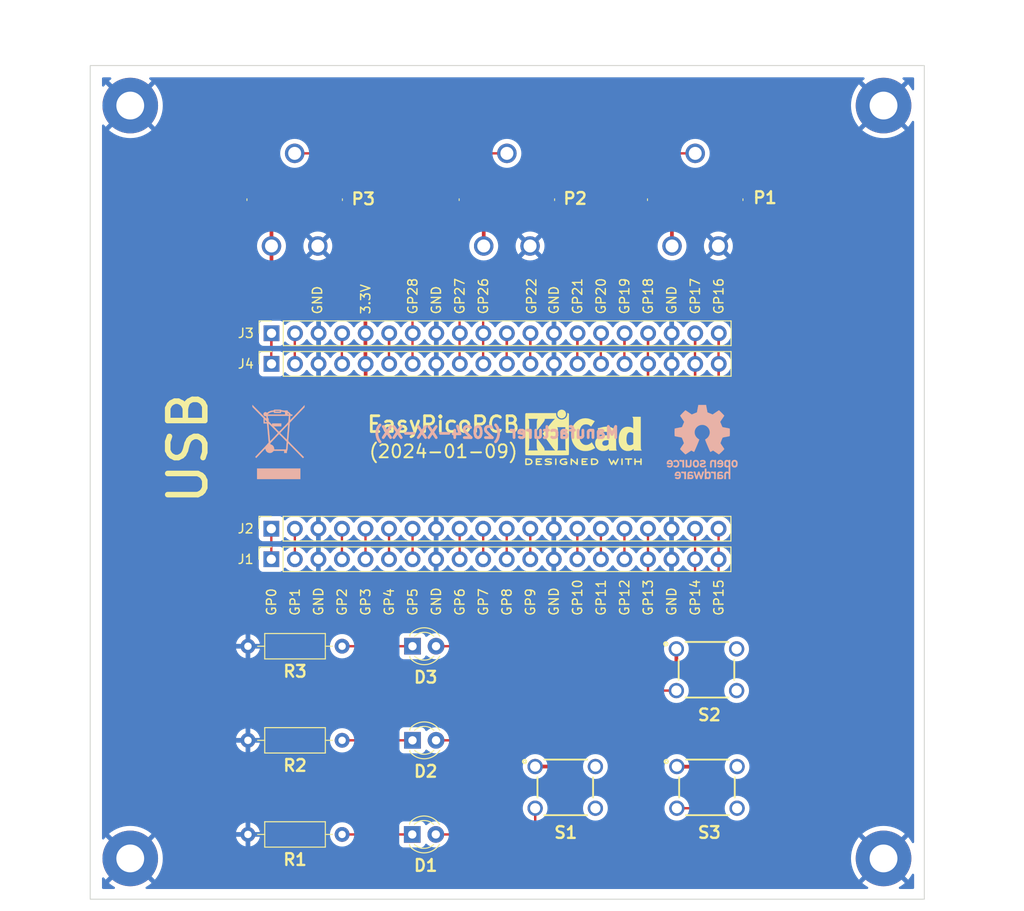
<source format=kicad_pcb>
(kicad_pcb (version 20211014) (generator pcbnew)
  (title_block (title "EasyPicoPCB KiCad version") (date "2024-01-09") (comment 1 "Update from the original project : https://github.com/Mick3DIY/EasyPicoPCB"))
  (layers (0 "F.Cu" signal) (31 "B.Cu" signal) (34 "B.Paste" user) (35 "F.Paste" user) (36 "B.SilkS" user "B.Silkscreen") (37 "F.SilkS" user "F.Silkscreen") (38 "B.Mask" user) (39 "F.Mask" user) (44 "Edge.Cuts" user))
  (net 0 "")
  (net 1 "Net-(D1-Pad1)")
  (net 2 "Net-(D1-Pad2)")
  (net 3 "Net-(D2-Pad1)")
  (net 4 "Net-(D2-Pad2)")
  (net 5 "Net-(D3-Pad1)")
  (net 6 "Net-(D3-Pad2)")
  (net 7 "Net-(J1-Pad1)")
  (net 8 "Net-(J1-Pad2)")
  (net 9 "Net-(J1-Pad4)")
  (net 10 "Net-(J1-Pad5)")
  (net 11 "Net-(J1-Pad6)")
  (net 12 "Net-(J1-Pad7)")
  (net 13 "Net-(J1-Pad9)")
  (net 14 "Net-(J1-Pad10)")
  (net 15 "Net-(J1-Pad11)")
  (net 16 "Net-(J1-Pad12)")
  (net 17 "Net-(J1-Pad14)")
  (net 18 "Net-(J1-Pad15)")
  (net 19 "Net-(J1-Pad16)")
  (net 20 "Net-(J3-Pad1)")
  (net 21 "Net-(J3-Pad2)")
  (net 22 "Net-(J3-Pad4)")
  (net 23 "Net-(J3-Pad6)")
  (net 24 "Net-(J3-Pad7)")
  (net 25 "Net-(J3-Pad9)")
  (net 26 "Net-(J3-Pad10)")
  (net 27 "Net-(J3-Pad11)")
  (net 28 "Net-(J3-Pad12)")
  (net 29 "Net-(J3-Pad14)")
  (net 30 "Net-(J3-Pad15)")
  (net 31 "Net-(J3-Pad16)")
  (net 32 "GND")
  (net 39 "+3V3")
  (net 40 "Net-(J3-Pad17)")
  (net 41 "Net-(J3-Pad19)")
  (net 42 "Net-(J3-Pad20)")
  (footprint "LED_THT:LED_D3.0mm" (layer "F.Cu") (at 136.3472 133.8072)
    (fp_text reference "D1" (at 1.4478 3.3528) (layer "F.SilkS") (effects (font (size 1.27 1.27) (thickness 0.254))))
    (fp_text value "Green LED")
    (pad "1" thru_hole rect locked (at 0 0) (size 1.8 1.8) (drill 0.9) (layers *.Cu *.Mask) (net 1 "Net-(D1-Pad1)"))
    (pad "2" thru_hole circle locked (at 2.54 0) (size 1.8 1.8) (drill 0.9) (layers *.Cu *.Mask) (net 2 "Net-(D1-Pad2)"))
  )
  (footprint "Connector_PinSocket_2.54mm:PinSocket_1x20_P2.54mm_Vertical" (layer "F.Cu") (at 121.16 79.7 90)
    (fp_text reference "J3" (at 0 -2.77 180) (layer "F.SilkS"))
    (fp_text value "Conn_01x20_Female" hide)
    (pad "1" thru_hole rect locked (at 0 0 90) (size 1.7 1.7) (drill 1) (layers *.Cu *.Mask) (net 20 "Net-(J3-Pad1)"))
    (pad "2" thru_hole oval locked (at 0 2.54 90) (size 1.7 1.7) (drill 1) (layers *.Cu *.Mask) (net 21 "Net-(J3-Pad2)"))
    (pad "3" thru_hole oval locked (at 0 5.08 90) (size 1.7 1.7) (drill 1) (layers *.Cu *.Mask) (net 32 "GND"))
    (pad "4" thru_hole oval locked (at 0 7.62 90) (size 1.7 1.7) (drill 1) (layers *.Cu *.Mask) (net 22 "Net-(J3-Pad4)"))
    (pad "5" thru_hole oval locked (at 0 10.16 90) (size 1.7 1.7) (drill 1) (layers *.Cu *.Mask) (net 39 "+3V3"))
    (pad "6" thru_hole oval locked (at 0 12.7 90) (size 1.7 1.7) (drill 1) (layers *.Cu *.Mask) (net 23 "Net-(J3-Pad6)"))
    (pad "7" thru_hole oval locked (at 0 15.24 90) (size 1.7 1.7) (drill 1) (layers *.Cu *.Mask) (net 24 "Net-(J3-Pad7)"))
    (pad "8" thru_hole oval locked (at 0 17.78 90) (size 1.7 1.7) (drill 1) (layers *.Cu *.Mask) (net 32 "GND"))
    (pad "9" thru_hole oval locked (at 0 20.32 90) (size 1.7 1.7) (drill 1) (layers *.Cu *.Mask) (net 25 "Net-(J3-Pad9)"))
    (pad "10" thru_hole oval locked (at 0 22.86 90) (size 1.7 1.7) (drill 1) (layers *.Cu *.Mask) (net 26 "Net-(J3-Pad10)"))
    (pad "11" thru_hole oval locked (at 0 25.4 90) (size 1.7 1.7) (drill 1) (layers *.Cu *.Mask) (net 27 "Net-(J3-Pad11)"))
    (pad "12" thru_hole oval locked (at 0 27.94 90) (size 1.7 1.7) (drill 1) (layers *.Cu *.Mask) (net 28 "Net-(J3-Pad12)"))
    (pad "13" thru_hole oval locked (at 0 30.48 90) (size 1.7 1.7) (drill 1) (layers *.Cu *.Mask) (net 32 "GND"))
    (pad "14" thru_hole oval locked (at 0 33.02 90) (size 1.7 1.7) (drill 1) (layers *.Cu *.Mask) (net 29 "Net-(J3-Pad14)"))
    (pad "15" thru_hole oval locked (at 0 35.56 90) (size 1.7 1.7) (drill 1) (layers *.Cu *.Mask) (net 30 "Net-(J3-Pad15)"))
    (pad "16" thru_hole oval locked (at 0 38.1 90) (size 1.7 1.7) (drill 1) (layers *.Cu *.Mask) (net 31 "Net-(J3-Pad16)"))
    (pad "17" thru_hole oval locked (at 0 40.64 90) (size 1.7 1.7) (drill 1) (layers *.Cu *.Mask) (net 40 "Net-(J3-Pad17)"))
    (pad "18" thru_hole oval locked (at 0 43.18 90) (size 1.7 1.7) (drill 1) (layers *.Cu *.Mask) (net 32 "GND"))
    (pad "19" thru_hole oval locked (at 0 45.72 90) (size 1.7 1.7) (drill 1) (layers *.Cu *.Mask) (net 41 "Net-(J3-Pad19)"))
    (pad "20" thru_hole oval locked (at 0 48.26 90) (size 1.7 1.7) (drill 1) (layers *.Cu *.Mask) (net 42 "Net-(J3-Pad20)"))
  )
  (footprint "Connector_PinSocket_2.54mm:PinSocket_1x20_P2.54mm_Vertical" (layer "F.Cu") (at 121.14 100.8 90)
    (fp_text reference "J2" (at 0 -2.77 180) (layer "F.SilkS"))
    (fp_text value "Conn_01x20_Female" hide)
    (pad "1" thru_hole rect locked (at 0 0 90) (size 1.7 1.7) (drill 1) (layers *.Cu *.Mask) (net 7 "Net-(J1-Pad1)"))
    (pad "2" thru_hole oval locked (at 0 2.54 90) (size 1.7 1.7) (drill 1) (layers *.Cu *.Mask) (net 8 "Net-(J1-Pad2)"))
    (pad "3" thru_hole oval locked (at 0 5.08 90) (size 1.7 1.7) (drill 1) (layers *.Cu *.Mask) (net 32 "GND"))
    (pad "4" thru_hole oval locked (at 0 7.62 90) (size 1.7 1.7) (drill 1) (layers *.Cu *.Mask) (net 9 "Net-(J1-Pad4)"))
    (pad "5" thru_hole oval locked (at 0 10.16 90) (size 1.7 1.7) (drill 1) (layers *.Cu *.Mask) (net 10 "Net-(J1-Pad5)"))
    (pad "6" thru_hole oval locked (at 0 12.7 90) (size 1.7 1.7) (drill 1) (layers *.Cu *.Mask) (net 11 "Net-(J1-Pad6)"))
    (pad "7" thru_hole oval locked (at 0 15.24 90) (size 1.7 1.7) (drill 1) (layers *.Cu *.Mask) (net 12 "Net-(J1-Pad7)"))
    (pad "8" thru_hole oval locked (at 0 17.78 90) (size 1.7 1.7) (drill 1) (layers *.Cu *.Mask) (net 32 "GND"))
    (pad "9" thru_hole oval locked (at 0 20.32 90) (size 1.7 1.7) (drill 1) (layers *.Cu *.Mask) (net 13 "Net-(J1-Pad9)"))
    (pad "10" thru_hole oval locked (at 0 22.86 90) (size 1.7 1.7) (drill 1) (layers *.Cu *.Mask) (net 14 "Net-(J1-Pad10)"))
    (pad "11" thru_hole oval locked (at 0 25.4 90) (size 1.7 1.7) (drill 1) (layers *.Cu *.Mask) (net 15 "Net-(J1-Pad11)"))
    (pad "12" thru_hole oval locked (at 0 27.94 90) (size 1.7 1.7) (drill 1) (layers *.Cu *.Mask) (net 16 "Net-(J1-Pad12)"))
    (pad "13" thru_hole oval locked (at 0 30.48 90) (size 1.7 1.7) (drill 1) (layers *.Cu *.Mask) (net 32 "GND"))
    (pad "14" thru_hole oval locked (at 0 33.02 90) (size 1.7 1.7) (drill 1) (layers *.Cu *.Mask) (net 17 "Net-(J1-Pad14)"))
    (pad "15" thru_hole oval locked (at 0 35.56 90) (size 1.7 1.7) (drill 1) (layers *.Cu *.Mask) (net 18 "Net-(J1-Pad15)"))
    (pad "16" thru_hole oval locked (at 0 38.1 90) (size 1.7 1.7) (drill 1) (layers *.Cu *.Mask) (net 19 "Net-(J1-Pad16)"))
    (pad "17" thru_hole oval locked (at 0 40.64 90) (size 1.7 1.7) (drill 1) (layers *.Cu *.Mask) (net 6 "Net-(D3-Pad2)"))
    (pad "18" thru_hole oval locked (at 0 43.18 90) (size 1.7 1.7) (drill 1) (layers *.Cu *.Mask) (net 32 "GND"))
    (pad "19" thru_hole oval locked (at 0 45.72 90) (size 1.7 1.7) (drill 1) (layers *.Cu *.Mask) (net 4 "Net-(D2-Pad2)"))
    (pad "20" thru_hole oval locked (at 0 48.26 90) (size 1.7 1.7) (drill 1) (layers *.Cu *.Mask) (net 2 "Net-(D1-Pad2)"))
  )
  (footprint "MountingHole:MountingHole_3mm_Pad" (layer "F.Cu") (at 105.918 55.118)
    (fp_text reference "H1" hide)
    (fp_text value "Hole_Pad" hide)
    (pad "1" thru_hole circle locked (at 0 0) (size 6 6) (drill 3) (layers *.Cu *.Mask) (net 32 "GND"))
  )
  (footprint "Samacsys:PT10LV10224A2020PMS" (layer "F.Cu") (at 164.378 70.278)
    (fp_text reference "P1" (at 10.033 -5.207 180) (layer "F.SilkS") (effects (font (size 1.27 1.27) (thickness 0.254))))
    (fp_text value "10K" hide)
    (pad "1" thru_hole circle locked (at 0 0) (size 2.1 2.1) (drill 1.4) (layers *.Cu *.Mask) (net 39 "+3V3"))
    (pad "2" thru_hole circle locked (at 2.5 -10) (size 2.1 2.1) (drill 1.4) (layers *.Cu *.Mask) (net 26 "Net-(J3-Pad10)"))
    (pad "3" thru_hole circle locked (at 5 0) (size 2.1 2.1) (drill 1.4) (layers *.Cu *.Mask) (net 32 "GND"))
  )
  (footprint "Samacsys:PT10LV10224A2020PMS" (layer "F.Cu") (at 121.158 70.278)
    (fp_text reference "P3" (at 9.906 -5.08 180) (layer "F.SilkS") (effects (font (size 1.27 1.27) (thickness 0.254))))
    (fp_text value "10K" hide)
    (pad "1" thru_hole circle locked (at 0 0) (size 2.1 2.1) (drill 1.4) (layers *.Cu *.Mask) (net 39 "+3V3"))
    (pad "2" thru_hole circle locked (at 2.5 -10) (size 2.1 2.1) (drill 1.4) (layers *.Cu *.Mask) (net 24 "Net-(J3-Pad7)"))
    (pad "3" thru_hole circle locked (at 5 0) (size 2.1 2.1) (drill 1.4) (layers *.Cu *.Mask) (net 32 "GND"))
  )
  (footprint "Resistor_THT:R_Axial_DIN0207_L6.3mm_D2.5mm_P10.16mm_Horizontal" (layer "F.Cu") (at 128.778 113.4872 180)
    (fp_text reference "R3" (at 5.08 -2.7178) (layer "F.SilkS") (effects (font (size 1.27 1.27) (thickness 0.254))))
    (fp_text value "100" hide)
    (pad "1" thru_hole circle locked (at 0 0 180) (size 1.6 1.6) (drill 0.8) (layers *.Cu *.Mask) (net 5 "Net-(D3-Pad1)"))
    (pad "2" thru_hole oval locked (at 10.16 0 180) (size 1.6 1.6) (drill 0.8) (layers *.Cu *.Mask) (net 32 "GND"))
  )
  (footprint "Symbol:KiCad-Logo2_5mm_SilkScreen" (layer "F.Cu") (at 154.813 90.932)
    (fp_text reference "REFKICAD" hide)
    (fp_text value "KiCad-Logo2_5mm_SilkScreen" hide)
  )
  (footprint "MountingHole:MountingHole_3mm_Pad" (layer "F.Cu") (at 105.918 136.398)
    (fp_text reference "H2" hide)
    (fp_text value "Hole_Pad" hide)
    (pad "1" thru_hole circle locked (at 0 0) (size 6 6) (drill 3) (layers *.Cu *.Mask) (net 32 "GND"))
  )
  (footprint "Samacsys:PT10LV10224A2020PMS" (layer "F.Cu") (at 144.058 70.278)
    (fp_text reference "P2" (at 9.866 -5.127 180) (layer "F.SilkS") (effects (font (size 1.27 1.27) (thickness 0.254))))
    (fp_text value "10K" hide)
    (pad "1" thru_hole circle locked (at 0 0) (size 2.1 2.1) (drill 1.4) (layers *.Cu *.Mask) (net 39 "+3V3"))
    (pad "2" thru_hole circle locked (at 2.5 -10) (size 2.1 2.1) (drill 1.4) (layers *.Cu *.Mask) (net 25 "Net-(J3-Pad9)"))
    (pad "3" thru_hole circle locked (at 5 0) (size 2.1 2.1) (drill 1.4) (layers *.Cu *.Mask) (net 32 "GND"))
  )
  (footprint "Connector_PinSocket_2.54mm:PinSocket_1x20_P2.54mm_Vertical" (layer "F.Cu") (at 121.14 104.1 90)
    (fp_text reference "J1" (at 0 -2.77 180) (layer "F.SilkS"))
    (fp_text value "Conn_01x20_Female" hide)
    (pad "1" thru_hole rect locked (at 0 0 90) (size 1.7 1.7) (drill 1) (layers *.Cu *.Mask) (net 7 "Net-(J1-Pad1)"))
    (pad "2" thru_hole oval locked (at 0 2.54 90) (size 1.7 1.7) (drill 1) (layers *.Cu *.Mask) (net 8 "Net-(J1-Pad2)"))
    (pad "3" thru_hole oval locked (at 0 5.08 90) (size 1.7 1.7) (drill 1) (layers *.Cu *.Mask) (net 32 "GND"))
    (pad "4" thru_hole oval locked (at 0 7.62 90) (size 1.7 1.7) (drill 1) (layers *.Cu *.Mask) (net 9 "Net-(J1-Pad4)"))
    (pad "5" thru_hole oval locked (at 0 10.16 90) (size 1.7 1.7) (drill 1) (layers *.Cu *.Mask) (net 10 "Net-(J1-Pad5)"))
    (pad "6" thru_hole oval locked (at 0 12.7 90) (size 1.7 1.7) (drill 1) (layers *.Cu *.Mask) (net 11 "Net-(J1-Pad6)"))
    (pad "7" thru_hole oval locked (at 0 15.24 90) (size 1.7 1.7) (drill 1) (layers *.Cu *.Mask) (net 12 "Net-(J1-Pad7)"))
    (pad "8" thru_hole oval locked (at 0 17.78 90) (size 1.7 1.7) (drill 1) (layers *.Cu *.Mask) (net 32 "GND"))
    (pad "9" thru_hole oval locked (at 0 20.32 90) (size 1.7 1.7) (drill 1) (layers *.Cu *.Mask) (net 13 "Net-(J1-Pad9)"))
    (pad "10" thru_hole oval locked (at 0 22.86 90) (size 1.7 1.7) (drill 1) (layers *.Cu *.Mask) (net 14 "Net-(J1-Pad10)"))
    (pad "11" thru_hole oval locked (at 0 25.4 90) (size 1.7 1.7) (drill 1) (layers *.Cu *.Mask) (net 15 "Net-(J1-Pad11)"))
    (pad "12" thru_hole oval locked (at 0 27.94 90) (size 1.7 1.7) (drill 1) (layers *.Cu *.Mask) (net 16 "Net-(J1-Pad12)"))
    (pad "13" thru_hole oval locked (at 0 30.48 90) (size 1.7 1.7) (drill 1) (layers *.Cu *.Mask) (net 32 "GND"))
    (pad "14" thru_hole oval locked (at 0 33.02 90) (size 1.7 1.7) (drill 1) (layers *.Cu *.Mask) (net 17 "Net-(J1-Pad14)"))
    (pad "15" thru_hole oval locked (at 0 35.56 90) (size 1.7 1.7) (drill 1) (layers *.Cu *.Mask) (net 18 "Net-(J1-Pad15)"))
    (pad "16" thru_hole oval locked (at 0 38.1 90) (size 1.7 1.7) (drill 1) (layers *.Cu *.Mask) (net 19 "Net-(J1-Pad16)"))
    (pad "17" thru_hole oval locked (at 0 40.64 90) (size 1.7 1.7) (drill 1) (layers *.Cu *.Mask) (net 6 "Net-(D3-Pad2)"))
    (pad "18" thru_hole oval locked (at 0 43.18 90) (size 1.7 1.7) (drill 1) (layers *.Cu *.Mask) (net 32 "GND"))
    (pad "19" thru_hole oval locked (at 0 45.72 90) (size 1.7 1.7) (drill 1) (layers *.Cu *.Mask) (net 4 "Net-(D2-Pad2)"))
    (pad "20" thru_hole oval locked (at 0 48.26 90) (size 1.7 1.7) (drill 1) (layers *.Cu *.Mask) (net 2 "Net-(D1-Pad2)"))
  )
  (footprint "Samacsys:B3F1002" (layer "F.Cu") (at 152.8572 128.7272 180)
    (fp_text reference "S1" (at -0.0508 -4.8768) (layer "F.SilkS") (effects (font (size 1.27 1.27) (thickness 0.254))))
    (fp_text value "B3F-1000" hide)
    (pad "1" thru_hole circle locked (at 3.25 2.25 180) (size 1.65 1.65) (drill 1.1) (layers *.Cu *.Mask) (net 39 "+3V3"))
    (pad "2" thru_hole circle locked (at -3.25 2.25 180) (size 1.65 1.65) (drill 1.1) (layers *.Cu *.Mask))
    (pad "3" thru_hole circle locked (at 3.25 -2.25 180) (size 1.65 1.65) (drill 1.1) (layers *.Cu *.Mask) (net 42 "Net-(J3-Pad20)"))
    (pad "4" thru_hole circle locked (at -3.25 -2.25 180) (size 1.65 1.65) (drill 1.1) (layers *.Cu *.Mask))
  )
  (footprint "Samacsys:B3F1002" (layer "F.Cu") (at 168.0942 116.0272 180)
    (fp_text reference "S2" (at -0.3078 -4.8768) (layer "F.SilkS") (effects (font (size 1.27 1.27) (thickness 0.254))))
    (fp_text value "B3F-1000" hide)
    (pad "1" thru_hole circle locked (at 3.25 2.25 180) (size 1.65 1.65) (drill 1.1) (layers *.Cu *.Mask) (net 39 "+3V3"))
    (pad "2" thru_hole circle locked (at -3.25 2.25 180) (size 1.65 1.65) (drill 1.1) (layers *.Cu *.Mask))
    (pad "3" thru_hole circle locked (at 3.25 -2.25 180) (size 1.65 1.65) (drill 1.1) (layers *.Cu *.Mask) (net 41 "Net-(J3-Pad19)"))
    (pad "4" thru_hole circle locked (at -3.25 -2.25 180) (size 1.65 1.65) (drill 1.1) (layers *.Cu *.Mask))
  )
  (footprint "Resistor_THT:R_Axial_DIN0207_L6.3mm_D2.5mm_P10.16mm_Horizontal" (layer "F.Cu") (at 128.778 133.8072 180)
    (fp_text reference "R1" (at 5.08 -2.7178) (layer "F.SilkS") (effects (font (size 1.27 1.27) (thickness 0.254))))
    (fp_text value "47" hide)
    (pad "1" thru_hole circle locked (at 0 0 180) (size 1.6 1.6) (drill 0.8) (layers *.Cu *.Mask) (net 1 "Net-(D1-Pad1)"))
    (pad "2" thru_hole oval locked (at 10.16 0 180) (size 1.6 1.6) (drill 0.8) (layers *.Cu *.Mask) (net 32 "GND"))
  )
  (footprint "Resistor_THT:R_Axial_DIN0207_L6.3mm_D2.5mm_P10.16mm_Horizontal" (layer "F.Cu") (at 128.778 123.6472 180)
    (fp_text reference "R2" (at 5.08 -2.7178) (layer "F.SilkS") (effects (font (size 1.27 1.27) (thickness 0.254))))
    (fp_text value "68" hide)
    (pad "1" thru_hole circle locked (at 0 0 180) (size 1.6 1.6) (drill 0.8) (layers *.Cu *.Mask) (net 3 "Net-(D2-Pad1)"))
    (pad "2" thru_hole oval locked (at 10.16 0 180) (size 1.6 1.6) (drill 0.8) (layers *.Cu *.Mask) (net 32 "GND"))
  )
  (footprint "MountingHole:MountingHole_3mm_Pad" (layer "F.Cu") (at 187.198 136.398)
    (fp_text reference "H4" hide)
    (fp_text value "Hole_Pad" hide)
    (pad "1" thru_hole circle locked (at 0 0) (size 6 6) (drill 3) (layers *.Cu *.Mask) (net 32 "GND"))
  )
  (footprint "MountingHole:MountingHole_3mm_Pad" (layer "F.Cu") (at 187.198 55.118)
    (fp_text reference "H3" hide)
    (fp_text value "Hole_Pad" hide)
    (pad "1" thru_hole circle locked (at 0 0) (size 6 6) (drill 3) (layers *.Cu *.Mask) (net 32 "GND"))
  )
  (footprint "Connector_PinSocket_2.54mm:PinSocket_1x20_P2.54mm_Vertical" (layer "F.Cu") (at 121.158 83.0072 90)
    (fp_text reference "J4" (at 0 -2.77 180) (layer "F.SilkS"))
    (fp_text value "Conn_01x20_Female" hide)
    (pad "1" thru_hole rect locked (at 0 0 90) (size 1.7 1.7) (drill 1) (layers *.Cu *.Mask) (net 20 "Net-(J3-Pad1)"))
    (pad "2" thru_hole oval locked (at 0 2.54 90) (size 1.7 1.7) (drill 1) (layers *.Cu *.Mask) (net 21 "Net-(J3-Pad2)"))
    (pad "3" thru_hole oval locked (at 0 5.08 90) (size 1.7 1.7) (drill 1) (layers *.Cu *.Mask) (net 32 "GND"))
    (pad "4" thru_hole oval locked (at 0 7.62 90) (size 1.7 1.7) (drill 1) (layers *.Cu *.Mask) (net 22 "Net-(J3-Pad4)"))
    (pad "5" thru_hole oval locked (at 0 10.16 90) (size 1.7 1.7) (drill 1) (layers *.Cu *.Mask) (net 39 "+3V3"))
    (pad "6" thru_hole oval locked (at 0 12.7 90) (size 1.7 1.7) (drill 1) (layers *.Cu *.Mask) (net 23 "Net-(J3-Pad6)"))
    (pad "7" thru_hole oval locked (at 0 15.24 90) (size 1.7 1.7) (drill 1) (layers *.Cu *.Mask) (net 24 "Net-(J3-Pad7)"))
    (pad "8" thru_hole oval locked (at 0 17.78 90) (size 1.7 1.7) (drill 1) (layers *.Cu *.Mask) (net 32 "GND"))
    (pad "9" thru_hole oval locked (at 0 20.32 90) (size 1.7 1.7) (drill 1) (layers *.Cu *.Mask) (net 25 "Net-(J3-Pad9)"))
    (pad "10" thru_hole oval locked (at 0 22.86 90) (size 1.7 1.7) (drill 1) (layers *.Cu *.Mask) (net 26 "Net-(J3-Pad10)"))
    (pad "11" thru_hole oval locked (at 0 25.4 90) (size 1.7 1.7) (drill 1) (layers *.Cu *.Mask) (net 27 "Net-(J3-Pad11)"))
    (pad "12" thru_hole oval locked (at 0 27.94 90) (size 1.7 1.7) (drill 1) (layers *.Cu *.Mask) (net 28 "Net-(J3-Pad12)"))
    (pad "13" thru_hole oval locked (at 0 30.48 90) (size 1.7 1.7) (drill 1) (layers *.Cu *.Mask) (net 32 "GND"))
    (pad "14" thru_hole oval locked (at 0 33.02 90) (size 1.7 1.7) (drill 1) (layers *.Cu *.Mask) (net 29 "Net-(J3-Pad14)"))
    (pad "15" thru_hole oval locked (at 0 35.56 90) (size 1.7 1.7) (drill 1) (layers *.Cu *.Mask) (net 30 "Net-(J3-Pad15)"))
    (pad "16" thru_hole oval locked (at 0 38.1 90) (size 1.7 1.7) (drill 1) (layers *.Cu *.Mask) (net 31 "Net-(J3-Pad16)"))
    (pad "17" thru_hole oval locked (at 0 40.64 90) (size 1.7 1.7) (drill 1) (layers *.Cu *.Mask) (net 40 "Net-(J3-Pad17)"))
    (pad "18" thru_hole oval locked (at 0 43.18 90) (size 1.7 1.7) (drill 1) (layers *.Cu *.Mask) (net 32 "GND"))
    (pad "19" thru_hole oval locked (at 0 45.72 90) (size 1.7 1.7) (drill 1) (layers *.Cu *.Mask) (net 41 "Net-(J3-Pad19)"))
    (pad "20" thru_hole oval locked (at 0 48.26 90) (size 1.7 1.7) (drill 1) (layers *.Cu *.Mask) (net 42 "Net-(J3-Pad20)"))
  )
  (footprint "LED_THT:LED_D3.0mm" (layer "F.Cu") (at 136.3726 123.6472)
    (fp_text reference "D2" (at 1.4224 3.3528) (layer "F.SilkS") (effects (font (size 1.27 1.27) (thickness 0.254))))
    (fp_text value "Orange LED")
    (pad "1" thru_hole rect locked (at 0 0) (size 1.8 1.8) (drill 0.9) (layers *.Cu *.Mask) (net 3 "Net-(D2-Pad1)"))
    (pad "2" thru_hole circle locked (at 2.54 0) (size 1.8 1.8) (drill 0.9) (layers *.Cu *.Mask) (net 4 "Net-(D2-Pad2)"))
  )
  (footprint "Samacsys:B3F1002" (layer "F.Cu") (at 168.145 128.7272 180)
    (fp_text reference "S3" (at -0.257 -4.8768) (layer "F.SilkS") (effects (font (size 1.27 1.27) (thickness 0.254))))
    (fp_text value "B3F-1000" hide)
    (pad "1" thru_hole circle locked (at 3.25 2.25 180) (size 1.65 1.65) (drill 1.1) (layers *.Cu *.Mask) (net 39 "+3V3"))
    (pad "2" thru_hole circle locked (at -3.25 2.25 180) (size 1.65 1.65) (drill 1.1) (layers *.Cu *.Mask))
    (pad "3" thru_hole circle locked (at 3.25 -2.25 180) (size 1.65 1.65) (drill 1.1) (layers *.Cu *.Mask) (net 40 "Net-(J3-Pad17)"))
    (pad "4" thru_hole circle locked (at -3.25 -2.25 180) (size 1.65 1.65) (drill 1.1) (layers *.Cu *.Mask))
  )
  (footprint "LED_THT:LED_D3.0mm" (layer "F.Cu") (at 136.3726 113.4872)
    (fp_text reference "D3" (at 1.4224 3.3528) (layer "F.SilkS") (effects (font (size 1.27 1.27) (thickness 0.254))))
    (fp_text value "Red LED")
    (pad "1" thru_hole rect locked (at 0 0) (size 1.8 1.8) (drill 0.9) (layers *.Cu *.Mask) (net 5 "Net-(D3-Pad1)"))
    (pad "2" thru_hole circle locked (at 2.54 0) (size 1.8 1.8) (drill 0.9) (layers *.Cu *.Mask) (net 6 "Net-(D3-Pad2)"))
  )
  (footprint "Symbol:OSHW-Logo_7.5x8mm_SilkScreen" (layer "B.Cu") (at 167.64 91.44 180)
    (fp_text reference "REFOSW" hide)
    (fp_text value "OSHW-Logo_7.5x8mm_SilkScreen" hide)
  )
  (footprint "Symbol:WEEE-Logo_5.6x8mm_SilkScreen" (layer "B.Cu") (at 121.92 91.44 180)
    (fp_text reference "REFTRASH" hide)
    (fp_text value "WEEE-Logo_5.6x8mm_SilkScreen" hide)
  )
  (gr_rect locked (start 101.6 50.8) (end 191.6 140.8) (layer "Edge.Cuts") (width 0.1) (fill none))
  (gr_text "Manufacturer (2024-XX-XX)" (at 145.415 90.424) (layer "B.SilkS") (effects (font (size 1.2 1.2) (thickness 0.3)) (justify mirror)))
  (gr_text "GP7" (at 144.018 108.712 90) (layer "F.SilkS") (effects (font (size 1 1))))
  (gr_text "GP16" (at 169.418 75.692 90) (layer "F.SilkS") (effects (font (size 1 1))))
  (gr_text "GP19" (at 159.258 75.692 90) (layer "F.SilkS") (effects (font (size 1 1))))
  (gr_text "GP12" (at 159.258 108.235809 90) (layer "F.SilkS") (effects (font (size 1 1))))
  (gr_text "GP14" (at 166.878 108.235809 90) (layer "F.SilkS") (effects (font (size 1 1))))
  (gr_text "GP0" (at 121.158 108.712 90) (layer "F.SilkS") (effects (font (size 1 1))))
  (gr_text "GP28" (at 136.398 75.692 90) (layer "F.SilkS") (effects (font (size 1 1))))
  (gr_text "GP10" (at 154.178 108.235809 90) (layer "F.SilkS") (effects (font (size 1 1))))
  (gr_text "GP1" (at 123.698 108.712 90) (layer "F.SilkS") (effects (font (size 1 1))))
  (gr_text "GP3" (at 131.318 108.712 90) (layer "F.SilkS") (effects (font (size 1 1))))
  (gr_text "GND" (at 138.938 108.664381 90) (layer "F.SilkS") (effects (font (size 1 1))))
  (gr_text "GP11" (at 156.718 108.235809 90) (layer "F.SilkS") (effects (font (size 1 1))))
  (gr_text "USB" (at 112.141 92.075 90) (layer "F.SilkS") (effects (font (size 4 4) (thickness 0.6))))
  (gr_text "GP8" (at 146.558 108.712 90) (layer "F.SilkS") (effects (font (size 1 1))))
  (gr_text "GP9" (at 149.098 108.712 90) (layer "F.SilkS") (effects (font (size 1 1))))
  (gr_text "3.3V" (at 131.318 76.025334 90) (layer "F.SilkS") (effects (font (size 1 1))))
  (gr_text "GP17" (at 166.878 75.692 90) (layer "F.SilkS") (effects (font (size 1 1))))
  (gr_text "GP18" (at 161.798 75.692 90) (layer "F.SilkS") (effects (font (size 1 1))))
  (gr_text "GP26" (at 144.018 75.692 90) (layer "F.SilkS") (effects (font (size 1 1))))
  (gr_text "GP21" (at 154.178 75.692 90) (layer "F.SilkS") (effects (font (size 1 1))))
  (gr_text "GND" (at 126.111 76.120572 90) (layer "F.SilkS") (effects (font (size 1 1))))
  (gr_text "GP27" (at 141.478 75.692 90) (layer "F.SilkS") (effects (font (size 1 1))))
  (gr_text "(2024-01-09)" (at 139.7 92.456) (layer "F.SilkS") (effects (font (size 1.4 1.4) (thickness 0.2))))
  (gr_text "GP6" (at 141.478 108.712 90) (layer "F.SilkS") (effects (font (size 1 1))))
  (gr_text "GP15" (at 169.418 108.235809 90) (layer "F.SilkS") (effects (font (size 1 1))))
  (gr_text "GP5" (at 136.398 108.712 90) (layer "F.SilkS") (effects (font (size 1 1))))
  (gr_text "GND" (at 126.238 108.664381 90) (layer "F.SilkS") (effects (font (size 1 1))))
  (gr_text "GP4" (at 133.858 108.712 90) (layer "F.SilkS") (effects (font (size 1 1))))
  (gr_text "GND" (at 151.638 108.664381 90) (layer "F.SilkS") (effects (font (size 1 1))))
  (gr_text "GND" (at 164.338 108.664381 90) (layer "F.SilkS") (effects (font (size 1 1))))
  (gr_text "GP20" (at 156.718 75.692 90) (layer "F.SilkS") (effects (font (size 1 1))))
  (gr_text "GND" (at 138.938 76.120572 90) (layer "F.SilkS") (effects (font (size 1 1))))
  (gr_text "GND" (at 164.338 76.120572 90) (layer "F.SilkS") (effects (font (size 1 1))))
  (gr_text "GP13" (at 161.798 108.235809 90) (layer "F.SilkS") (effects (font (size 1 1))))
  (gr_text "GP22" (at 149.225 75.692 90) (layer "F.SilkS") (effects (font (size 1 1))))
  (gr_text "GP2" (at 128.778 108.712 90) (layer "F.SilkS") (effects (font (size 1 1))))
  (gr_text "GND" (at 151.638 76.120572 90) (layer "F.SilkS") (effects (font (size 1 1))))
  (gr_text "EasyPicoPCB" (at 139.7 89.535) (layer "F.SilkS") (effects (font (size 1.7 1.7) (thickness 0.3))))
  (segment (start 128.7782 133.807) (end 136.347 133.807) (width 0.25) (layer "F.Cu") (net 1))
  (segment (start 128.778 133.807) (end 128.7782 133.807) (width 0.25) (layer "F.Cu") (net 1))
  (segment (start 128.7782 133.807) (end 128.778 133.8072) (width 0.25) (layer "F.Cu") (net 1))
  (segment (start 136.347 133.807) (end 136.3472 133.8072) (width 0.25) (layer "F.Cu") (net 1))
  (segment (start 147.32 133.35) (end 146.863 133.807) (width 0.25) (layer "F.Cu") (net 2))
  (segment (start 148.59 110.49) (end 147.32 111.76) (width 0.25) (layer "F.Cu") (net 2))
  (segment (start 147.32 111.76) (end 147.32 133.35) (width 0.25) (layer "F.Cu") (net 2))
  (segment (start 138.8874 133.807) (end 138.887 133.807) (width 0.25) (layer "F.Cu") (net 2))
  (segment (start 138.8874 133.807) (end 138.8872 133.8072) (width 0.25) (layer "F.Cu") (net 2))
  (segment (start 169.4 110) (end 168.91 110.49) (width 0.25) (layer "F.Cu") (net 2))
  (segment (start 146.863 133.807) (end 138.8874 133.807) (width 0.25) (layer "F.Cu") (net 2))
  (segment (start 169.4 100.8) (end 169.4 104.1) (width 0.25) (layer "F.Cu") (net 2))
  (segment (start 169.4 104.1) (end 169.4 110) (width 0.25) (layer "F.Cu") (net 2))
  (segment (start 168.91 110.49) (end 148.59 110.49) (width 0.25) (layer "F.Cu") (net 2))
  (segment (start 128.778 123.647) (end 128.7782 123.647) (width 0.25) (layer "F.Cu") (net 3))
  (segment (start 128.7782 123.647) (end 136.3724 123.647) (width 0.25) (layer "F.Cu") (net 3))
  (segment (start 128.7782 123.647) (end 128.778 123.6472) (width 0.25) (layer "F.Cu") (net 3))
  (segment (start 146.05 123.19) (end 145.593 123.647) (width 0.25) (layer "F.Cu") (net 4))
  (segment (start 166.86 108.73) (end 166.37 109.22) (width 0.25) (layer "F.Cu") (net 4))
  (segment (start 145.593 123.647) (end 138.913 123.647) (width 0.25) (layer "F.Cu") (net 4))
  (segment (start 166.37 109.22) (end 147.32 109.22) (width 0.25) (layer "F.Cu") (net 4))
  (segment (start 147.32 109.22) (end 146.05 110.49) (width 0.25) (layer "F.Cu") (net 4))
  (segment (start 138.913 123.647) (end 138.9128 123.647) (width 0.25) (layer "F.Cu") (net 4))
  (segment (start 146.05 110.49) (end 146.05 123.19) (width 0.25) (layer "F.Cu") (net 4))
  (segment (start 166.86 104.1) (end 166.86 108.73) (width 0.25) (layer "F.Cu") (net 4))
  (segment (start 138.9128 123.647) (end 138.9126 123.6472) (width 0.25) (layer "F.Cu") (net 4))
  (segment (start 166.86 100.8) (end 166.86 104.1) (width 0.25) (layer "F.Cu") (net 4))
  (segment (start 128.7782 113.487) (end 128.778 113.4872) (width 0.25) (layer "F.Cu") (net 5))
  (segment (start 128.7782 113.487) (end 136.3724 113.487) (width 0.25) (layer "F.Cu") (net 5))
  (segment (start 128.778 113.487) (end 128.7782 113.487) (width 0.25) (layer "F.Cu") (net 5))
  (segment (start 144.78 113.03) (end 144.323 113.487) (width 0.25) (layer "F.Cu") (net 6))
  (segment (start 144.323 113.487) (end 138.913 113.487) (width 0.25) (layer "F.Cu") (net 6))
  (segment (start 144.78 109.22) (end 144.78 113.03) (width 0.25) (layer "F.Cu") (net 6))
  (segment (start 146.05 107.95) (end 144.78 109.22) (width 0.25) (layer "F.Cu") (net 6))
  (segment (start 161.78 100.8) (end 161.78 104.1) (width 0.25) (layer "F.Cu") (net 6))
  (segment (start 161.78 104.1) (end 161.78 107.46) (width 0.25) (layer "F.Cu") (net 6))
  (segment (start 161.29 107.95) (end 146.05 107.95) (width 0.25) (layer "F.Cu") (net 6))
  (segment (start 161.78 107.46) (end 161.29 107.95) (width 0.25) (layer "F.Cu") (net 6))
  (segment (start 121.14 100.8) (end 121.14 104.1) (width 0.25) (layer "F.Cu") (net 7))
  (segment (start 123.68 100.8) (end 123.68 104.1) (width 0.25) (layer "F.Cu") (net 8))
  (segment (start 128.76 100.8) (end 128.76 104.1) (width 0.25) (layer "F.Cu") (net 9))
  (segment (start 131.3 100.8) (end 131.3 104.1) (width 0.25) (layer "F.Cu") (net 10))
  (segment (start 133.84 104.1) (end 133.84 100.8) (width 0.25) (layer "F.Cu") (net 11))
  (segment (start 136.38 100.8) (end 136.38 104.1) (width 0.25) (layer "F.Cu") (net 12))
  (segment (start 141.46 100.8) (end 141.46 104.1) (width 0.25) (layer "F.Cu") (net 13))
  (segment (start 144 100.8) (end 144 104.1) (width 0.25) (layer "F.Cu") (net 14))
  (segment (start 146.54 100.8) (end 146.54 104.1) (width 0.25) (layer "F.Cu") (net 15))
  (segment (start 149.08 100.8) (end 149.08 104.1) (width 0.25) (layer "F.Cu") (net 16))
  (segment (start 154.16 100.8) (end 154.16 104.1) (width 0.25) (layer "F.Cu") (net 17))
  (segment (start 156.7 100.8) (end 156.7 104.1) (width 0.25) (layer "F.Cu") (net 18))
  (segment (start 159.24 100.8) (end 159.24 104.1) (width 0.25) (layer "F.Cu") (net 19))
  (segment (start 121.16 81.2889) (end 121.16 79.7) (width 0.25) (layer "F.Cu") (net 20))
  (segment (start 121.133 79.65) (end 121.133 81.3159) (width 0.25) (layer "F.Cu") (net 20))
  (segment (start 121.133 81.3159) (end 121.133 82.9818) (width 0.25) (layer "F.Cu") (net 20))
  (segment (start 121.133 81.3159) (end 121.16 81.2889) (width 0.25) (layer "F.Cu") (net 20))
  (segment (start 123.673 80.15) (end 123.673 82.9818) (width 0.25) (layer "F.Cu") (net 21))
  (segment (start 128.753 81.3159) (end 128.753 82.9818) (width 0.25) (layer "F.Cu") (net 22))
  (segment (start 128.78 81.2889) (end 128.78 79.7) (width 0.25) (layer "F.Cu") (net 22))
  (segment (start 128.753 79.65) (end 128.753 81.3159) (width 0.25) (layer "F.Cu") (net 22))
  (segment (start 128.753 81.3159) (end 128.78 81.2889) (width 0.25) (layer "F.Cu") (net 22))
  (segment (start 133.833 81.3159) (end 133.86 81.2889) (width 0.25) (layer "F.Cu") (net 23))
  (segment (start 133.833 79.65) (end 133.833 81.3159) (width 0.25) (layer "F.Cu") (net 23))
  (segment (start 133.86 81.2889) (end 133.86 79.7) (width 0.25) (layer "F.Cu") (net 23))
  (segment (start 133.833 81.3159) (end 133.833 82.9818) (width 0.25) (layer "F.Cu") (net 23))
  (segment (start 134.62 60.96) (end 133.938 60.278) (width 0.25) (layer "F.Cu") (net 24))
  (segment (start 133.938 60.278) (end 123.658 60.278) (width 0.25) (layer "F.Cu") (net 24))
  (segment (start 134.62 74.93) (end 134.62 60.96) (width 0.25) (layer "F.Cu") (net 24))
  (segment (start 136.373 76.6826) (end 134.62 74.93) (width 0.25) (layer "F.Cu") (net 24))
  (segment (start 136.373 79.8322) (end 136.373 76.6826) (width 0.25) (layer "F.Cu") (net 24))
  (segment (start 136.373 82.9818) (end 136.373 79.8322) (width 0.25) (layer "F.Cu") (net 24))
  (segment (start 141.453 79.8322) (end 141.453 82.9818) (width 0.25) (layer "F.Cu") (net 25))
  (segment (start 141.453 76.6826) (end 141.453 79.8322) (width 0.25) (layer "F.Cu") (net 25))
  (segment (start 139.7 60.96) (end 139.7 74.93) (width 0.25) (layer "F.Cu") (net 25))
  (segment (start 139.7 74.93) (end 141.453 76.6826) (width 0.25) (layer "F.Cu") (net 25))
  (segment (start 146.558 60.278) (end 140.382 60.278) (width 0.25) (layer "F.Cu") (net 25))
  (segment (start 140.382 60.278) (end 139.7 60.96) (width 0.25) (layer "F.Cu") (net 25))
  (segment (start 144.78 74.93) (end 143.993 75.7174) (width 0.25) (layer "F.Cu") (net 26))
  (segment (start 166.863 60.278) (end 160.702 60.278) (width 0.25) (layer "F.Cu") (net 26))
  (segment (start 160.02 60.96) (end 160.02 74.93) (width 0.25) (layer "F.Cu") (net 26))
  (segment (start 160.702 60.278) (end 160.02 60.96) (width 0.25) (layer "F.Cu") (net 26))
  (segment (start 166.863 60.278) (end 166.8634 60.278) (width 0.25) (layer "F.Cu") (net 26))
  (segment (start 143.993 75.7174) (end 143.993 79.3496) (width 0.25) (layer "F.Cu") (net 26))
  (segment (start 160.02 74.93) (end 144.78 74.93) (width 0.25) (layer "F.Cu") (net 26))
  (segment (start 143.993 79.3496) (end 143.993 82.9818) (width 0.25) (layer "F.Cu") (net 26))
  (segment (start 146.533 79.65) (end 146.533 81.3159) (width 0.25) (layer "F.Cu") (net 27))
  (segment (start 146.533 81.3159) (end 146.56 81.2889) (width 0.25) (layer "F.Cu") (net 27))
  (segment (start 146.533 81.3159) (end 146.533 82.9818) (width 0.25) (layer "F.Cu") (net 27))
  (segment (start 146.56 81.2889) (end 146.56 79.7) (width 0.25) (layer "F.Cu") (net 27))
  (segment (start 149.073 81.3159) (end 149.073 82.9818) (width 0.25) (layer "F.Cu") (net 28))
  (segment (start 149.073 81.3159) (end 149.1 81.2889) (width 0.25) (layer "F.Cu") (net 28))
  (segment (start 149.1 81.2889) (end 149.1 79.7) (width 0.25) (layer "F.Cu") (net 28))
  (segment (start 149.073 79.65) (end 149.073 81.3159) (width 0.25) (layer "F.Cu") (net 28))
  (segment (start 154.153 79.65) (end 154.153 81.3159) (width 0.25) (layer "F.Cu") (net 29))
  (segment (start 154.153 81.3159) (end 154.18 81.2889) (width 0.25) (layer "F.Cu") (net 29))
  (segment (start 154.18 81.2889) (end 154.18 79.7) (width 0.25) (layer "F.Cu") (net 29))
  (segment (start 154.153 81.3159) (end 154.153 82.9818) (width 0.25) (layer "F.Cu") (net 29))
  (segment (start 156.693 81.3159) (end 156.693 82.9818) (width 0.25) (layer "F.Cu") (net 30))
  (segment (start 156.72 81.2889) (end 156.72 79.7) (width 0.25) (layer "F.Cu") (net 30))
  (segment (start 156.693 81.3159) (end 156.72 81.2889) (width 0.25) (layer "F.Cu") (net 30))
  (segment (start 156.693 79.65) (end 156.693 81.3159) (width 0.25) (layer "F.Cu") (net 30))
  (segment (start 159.26 81.2889) (end 159.26 79.7) (width 0.25) (layer "F.Cu") (net 31))
  (segment (start 159.233 81.3159) (end 159.26 81.2889) (width 0.25) (layer "F.Cu") (net 31))
  (segment (start 159.233 79.65) (end 159.233 81.3159) (width 0.25) (layer "F.Cu") (net 31))
  (segment (start 159.233 81.3159) (end 159.233 82.9818) (width 0.25) (layer "F.Cu") (net 31))
  (segment (start 126.213 81.8623) (end 126.238 81.8873) (width 0.25) (layer "B.Cu") (net 32))
  (segment (start 126.238 81.8873) (end 126.238 83.0072) (width 0.25) (layer "B.Cu") (net 32))
  (segment (start 126.213 81.8623) (end 126.213 82.9818) (width 0.25) (layer "B.Cu") (net 32))
  (segment (start 126.213 79.65) (end 126.213 80.7429) (width 0.25) (layer "B.Cu") (net 32))
  (segment (start 126.213 80.7429) (end 126.24 80.7159) (width 0.25) (layer "B.Cu") (net 32))
  (segment (start 126.24 80.7159) (end 126.24 79.7) (width 0.25) (layer "B.Cu") (net 32))
  (segment (start 164.3634 66.7766) (end 164.3634 70.278) (width 0.4) (layer "F.Cu") (net 39))
  (segment (start 144.058 66.762) (end 144.058 70.278) (width 0.4) (layer "F.Cu") (net 39))
  (segment (start 168.275 116.078) (end 168.275 126.492) (width 0.4) (layer "F.Cu") (net 39))
  (segment (start 121.158 70.278) (end 121.158 56.642) (width 0.4) (layer "F.Cu") (net 39))
  (segment (start 159.766 116.078) (end 159.766 128.778) (width 0.4) (layer "F.Cu") (net 39))
  (segment (start 171.45 94.615) (end 173.99 97.155) (width 0.4) (layer "F.Cu") (net 39))
  (segment (start 121.92 55.88) (end 151.13 55.88) (width 0.4) (layer "F.Cu") (net 39))
  (segment (start 131.318 83.0072) (end 131.318 94.615) (width 0.4) (layer "F.Cu") (net 39))
  (segment (start 121.158 56.642) (end 121.92 55.88) (width 0.4) (layer "F.Cu") (net 39))
  (segment (start 159.766 128.778) (end 153.67 128.778) (width 0.4) (layer "F.Cu") (net 39))
  (segment (start 151.13 55.88) (end 151.13 63.5) (width 0.4) (layer "F.Cu") (net 39))
  (segment (start 130.81 74.93) (end 121.92 74.93) (width 0.4) (layer "F.Cu") (net 39))
  (segment (start 164.844 116.078) (end 159.766 116.078) (width 0.4) (layer "F.Cu") (net 39))
  (segment (start 151.369 126.477) (end 149.6074 126.477) (width 0.4) (layer "F.Cu") (net 39))
  (segment (start 131.445 94.615) (end 131.318 94.615) (width 0.25) (layer "F.Cu") (net 39))
  (segment (start 164.844 116.076) (end 164.844 114.9265) (width 0.4) (layer "F.Cu") (net 39))
  (segment (start 167.64 63.5) (end 164.3634 66.7766) (width 0.4) (layer "F.Cu") (net 39))
  (segment (start 164.844 114.9265) (end 164.844 113.777) (width 0.4) (layer "F.Cu") (net 39))
  (segment (start 131.293 75.4126) (end 130.81 74.93) (width 0.4) (layer "F.Cu") (net 39))
  (segment (start 171.45 63.5) (end 167.64 63.5) (width 0.4) (layer "F.Cu") (net 39))
  (segment (start 151.13 63.5) (end 147.32 63.5) (width 0.4) (layer "F.Cu") (net 39))
  (segment (start 147.32 63.5) (end 144.058 66.762) (width 0.4) (layer "F.Cu") (net 39))
  (segment (start 168.275 116.078) (end 164.844 116.078) (width 0.4) (layer "F.Cu") (net 39))
  (segment (start 121.92 74.93) (end 121.158 74.168) (width 0.4) (layer "F.Cu") (net 39))
  (segment (start 121.158 74.168) (end 121.158 70.278) (width 0.4) (layer "F.Cu") (net 39))
  (segment (start 153.67 128.778) (end 151.369 126.477) (width 0.4) (layer "F.Cu") (net 39))
  (segment (start 149.6074 126.477) (end 149.607 126.477) (width 0.4) (layer "F.Cu") (net 39))
  (segment (start 131.293 82.9818) (end 131.293 79.1972) (width 0.4) (layer "F.Cu") (net 39))
  (segment (start 151.13 55.88) (end 170.8785 55.88) (width 0.4) (layer "F.Cu") (net 39))
  (segment (start 168.275 126.492) (end 165.608 126.492) (width 0.4) (layer "F.Cu") (net 39))
  (segment (start 131.445 94.615) (end 171.45 94.615) (width 0.4) (layer "F.Cu") (net 39))
  (segment (start 164.844 114.9265) (end 164.8442 114.9263) (width 0.25) (layer "F.Cu") (net 39))
  (segment (start 170.8785 55.88) (end 171.45 56.4515) (width 0.4) (layer "F.Cu") (net 39))
  (segment (start 173.99 97.155) (end 173.99 116.078) (width 0.4) (layer "F.Cu") (net 39))
  (segment (start 173.99 116.078) (end 168.275 116.078) (width 0.4) (layer "F.Cu") (net 39))
  (segment (start 131.293 79.1972) (end 131.293 75.4126) (width 0.4) (layer "F.Cu") (net 39))
  (segment (start 171.45 56.4515) (end 171.45 63.5) (width 0.4) (layer "F.Cu") (net 39))
  (segment (start 164.844 116.076) (end 164.844 116.078) (width 0.25) (layer "F.Cu") (net 39))
  (segment (start 164.8442 114.9263) (end 164.8442 113.7772) (width 0.25) (layer "F.Cu") (net 39))
  (segment (start 149.6074 126.477) (end 149.6072 126.4772) (width 0.25) (layer "F.Cu") (net 39))
  (segment (start 161.773 81.3159) (end 161.773 82.9818) (width 0.25) (layer "F.Cu") (net 40))
  (segment (start 161.798 86.8426) (end 161.798 90.678) (width 0.25) (layer "F.Cu") (net 40))
  (segment (start 161.798 90.678) (end 162.56 91.44) (width 0.25) (layer "F.Cu") (net 40))
  (segment (start 161.773 81.3159) (end 161.8 81.2889) (width 0.25) (layer "F.Cu") (net 40))
  (segment (start 164.8952 130.977) (end 164.895 130.977) (width 0.25) (layer "F.Cu") (net 40))
  (segment (start 161.8 81.2889) (end 161.8 79.7) (width 0.25) (layer "F.Cu") (net 40))
  (segment (start 169.037 128.778) (end 166.838 130.977) (width 0.25) (layer "F.Cu") (net 40))
  (segment (start 173.99 91.44) (end 176.53 93.98) (width 0.25) (layer "F.Cu") (net 40))
  (segment (start 161.798 83.0072) (end 161.798 86.8426) (width 0.25) (layer "F.Cu") (net 40))
  (segment (start 176.53 93.98) (end 176.53 128.778) (width 0.25) (layer "F.Cu") (net 40))
  (segment (start 161.798 86.8426) (end 161.773 86.8176) (width 0.25) (layer "F.Cu") (net 40))
  (segment (start 176.53 128.778) (end 169.037 128.778) (width 0.25) (layer "F.Cu") (net 40))
  (segment (start 166.838 130.977) (end 164.8952 130.977) (width 0.25) (layer "F.Cu") (net 40))
  (segment (start 164.8952 130.977) (end 164.895 130.9772) (width 0.25) (layer "F.Cu") (net 40))
  (segment (start 161.773 79.65) (end 161.773 81.3159) (width 0.25) (layer "F.Cu") (net 40))
  (segment (start 162.56 91.44) (end 173.99 91.44) (width 0.25) (layer "F.Cu") (net 40))
  (segment (start 161.773 86.8176) (end 161.773 82.9818) (width 0.25) (layer "F.Cu") (net 40))
  (segment (start 166.878 83.0072) (end 166.878 86.2076) (width 0.25) (layer "F.Cu") (net 41))
  (segment (start 166.878 89.408) (end 167.64 90.17) (width 0.25) (layer "F.Cu") (net 41))
  (segment (start 175.26 90.17) (end 177.8 92.71) (width 0.25) (layer "F.Cu") (net 41))
  (segment (start 163.195 133.35) (end 162.56 132.715) (width 0.25) (layer "F.Cu") (net 41))
  (segment (start 162.56 118.745) (end 163.0278 118.2772) (width 0.25) (layer "F.Cu") (net 41))
  (segment (start 166.853 81.3159) (end 166.88 81.2889) (width 0.25) (layer "F.Cu") (net 41))
  (segment (start 167.64 90.17) (end 175.26 90.17) (width 0.25) (layer "F.Cu") (net 41))
  (segment (start 166.853 81.3159) (end 166.853 82.9818) (width 0.25) (layer "F.Cu") (net 41))
  (segment (start 166.878 86.2076) (end 166.853 86.1826) (width 0.25) (layer "F.Cu") (net 41))
  (segment (start 166.853 86.1826) (end 166.853 82.9818) (width 0.25) (layer "F.Cu") (net 41))
  (segment (start 166.88 81.2889) (end 166.88 79.7) (width 0.25) (layer "F.Cu") (net 41))
  (segment (start 163.0278 118.2772) (end 164.8442 118.2772) (width 0.25) (layer "F.Cu") (net 41))
  (segment (start 177.8 92.71) (end 177.8 133.35) (width 0.25) (layer "F.Cu") (net 41))
  (segment (start 166.853 79.65) (end 166.853 81.3159) (width 0.25) (layer "F.Cu") (net 41))
  (segment (start 177.8 133.35) (end 163.195 133.35) (width 0.25) (layer "F.Cu") (net 41))
  (segment (start 162.56 132.715) (end 162.56 118.745) (width 0.25) (layer "F.Cu") (net 41))
  (segment (start 166.878 86.2076) (end 166.878 89.408) (width 0.25) (layer "F.Cu") (net 41))
  (segment (start 169.393 81.3159) (end 169.42 81.2889) (width 0.25) (layer "F.Cu") (net 42))
  (segment (start 169.418 85.5726) (end 169.393 85.5476) (width 0.25) (layer "F.Cu") (net 42))
  (segment (start 149.607 132.5135) (end 149.607 134.05) (width 0.25) (layer "F.Cu") (net 42))
  (segment (start 169.393 85.5476) (end 169.393 82.9818) (width 0.25) (layer "F.Cu") (net 42))
  (segment (start 169.42 81.2889) (end 169.42 79.7) (width 0.25) (layer "F.Cu") (net 42))
  (segment (start 169.418 88.138) (end 169.418 85.5726) (width 0.25) (layer "F.Cu") (net 42))
  (segment (start 169.418 85.5726) (end 169.418 83.0072) (width 0.25) (layer "F.Cu") (net 42))
  (segment (start 179.07 134.62) (end 179.07 92.075) (width 0.25) (layer "F.Cu") (net 42))
  (segment (start 149.607 134.05) (end 150.178 134.62) (width 0.25) (layer "F.Cu") (net 42))
  (segment (start 149.607 130.977) (end 149.607 132.5135) (width 0.25) (layer "F.Cu") (net 42))
  (segment (start 175.895 88.9) (end 170.18 88.9) (width 0.25) (layer "F.Cu") (net 42))
  (segment (start 150.178 134.62) (end 179.07 134.62) (width 0.25) (layer "F.Cu") (net 42))
  (segment (start 170.18 88.9) (end 169.418 88.138) (width 0.25) (layer "F.Cu") (net 42))
  (segment (start 179.07 92.075) (end 175.895 88.9) (width 0.25) (layer "F.Cu") (net 42))
  (segment (start 149.607 132.5135) (end 149.6072 132.5133) (width 0.25) (layer "F.Cu") (net 42))
  (segment (start 149.6072 132.5133) (end 149.6072 130.9772) (width 0.25) (layer "F.Cu") (net 42))
  (segment (start 169.393 79.65) (end 169.393 81.3159) (width 0.25) (layer "F.Cu") (net 42))
  (segment (start 169.393 81.3159) (end 169.393 82.9818) (width 0.25) (layer "F.Cu") (net 42))
  (zone locked (net 32) (net_name "GND") (layer "B.Cu") (connect_pads (clearance 0.508)) (min_thickness 0.254) (fill yes (thermal_gap 0.508) (thermal_bridge_width 0.508))
    (polygon (pts (xy 190.5 139.7) (xy 102.87 139.7) (xy 102.87 52.07) (xy 190.5 52.07)))
  )
)
</source>
